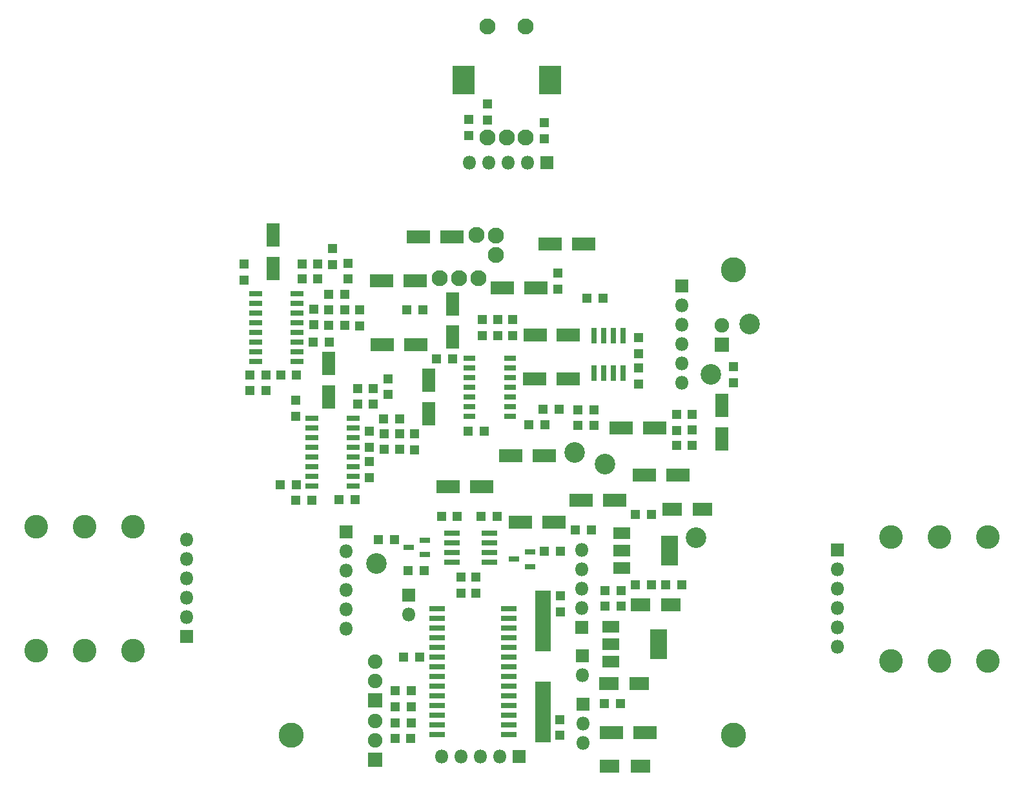
<source format=gbr>
%TF.GenerationSoftware,KiCad,Pcbnew,(5.1.6)-1*%
%TF.CreationDate,2021-04-19T20:59:16+02:00*%
%TF.ProjectId,SimpleDigital,53696d70-6c65-4446-9967-6974616c2e6b,v01*%
%TF.SameCoordinates,Original*%
%TF.FileFunction,Soldermask,Top*%
%TF.FilePolarity,Negative*%
%FSLAX46Y46*%
G04 Gerber Fmt 4.6, Leading zero omitted, Abs format (unit mm)*
G04 Created by KiCad (PCBNEW (5.1.6)-1) date 2021-04-19 20:59:16*
%MOMM*%
%LPD*%
G01*
G04 APERTURE LIST*
%ADD10R,1.300000X1.300000*%
%ADD11O,1.800000X1.800000*%
%ADD12R,1.800000X1.800000*%
%ADD13C,2.700000*%
%ADD14C,2.100000*%
%ADD15R,0.700000X2.100000*%
%ADD16R,2.100000X0.700000*%
%ADD17R,3.100000X1.700000*%
%ADD18R,1.700000X3.100000*%
%ADD19C,3.300000*%
%ADD20R,1.640000X0.690000*%
%ADD21R,1.900000X1.900000*%
%ADD22C,1.900000*%
%ADD23C,3.100000*%
%ADD24R,2.900000X3.700000*%
%ADD25R,1.440000X0.740000*%
%ADD26R,2.300000X3.900000*%
%ADD27R,2.300000X1.600000*%
%ADD28R,1.690000X0.740000*%
%ADD29R,2.100000X7.975000*%
%ADD30R,2.600000X1.800000*%
G04 APERTURE END LIST*
D10*
%TO.C,C48*%
X166900000Y-139550000D03*
X164800000Y-139550000D03*
%TD*%
D11*
%TO.C,J14*%
X139075000Y-140690000D03*
D12*
X139075000Y-138150000D03*
%TD*%
D13*
%TO.C,J17*%
X164750000Y-120950000D03*
%TD*%
%TO.C,J16*%
X183725000Y-102600000D03*
%TD*%
%TO.C,J8*%
X176750000Y-130625000D03*
%TD*%
%TO.C,J5*%
X134825000Y-134000000D03*
%TD*%
%TO.C,J4*%
X178650000Y-109225000D03*
%TD*%
%TO.C,J1*%
X160800000Y-119475000D03*
%TD*%
D11*
%TO.C,Battery_9V1*%
X161850000Y-148690000D03*
D12*
X161850000Y-146150000D03*
%TD*%
D14*
%TO.C,RV2*%
X150497156Y-93509848D03*
X147906356Y-90944448D03*
X150497156Y-90969848D03*
%TD*%
%TO.C,RV1*%
X145640000Y-96575000D03*
X148180000Y-96575000D03*
X143100000Y-96575000D03*
%TD*%
D10*
%TO.C,C49*%
X169200000Y-110450000D03*
X169200000Y-108350000D03*
%TD*%
D15*
%TO.C,U4*%
X164590000Y-104100000D03*
X167130000Y-109000000D03*
X165860000Y-109000000D03*
X164590000Y-109000000D03*
X163320000Y-109000000D03*
X163320000Y-104100000D03*
X165860000Y-104100000D03*
X167130000Y-104100000D03*
%TD*%
D16*
%TO.C,U2*%
X149600000Y-131315000D03*
X144700000Y-133855000D03*
X144700000Y-132585000D03*
X144700000Y-131315000D03*
X144700000Y-130045000D03*
X149600000Y-130045000D03*
X149600000Y-132585000D03*
X149600000Y-133855000D03*
%TD*%
D17*
%TO.C,C40*%
X151350000Y-97875000D03*
X155750000Y-97875000D03*
%TD*%
D18*
%TO.C,C21*%
X141700000Y-114350000D03*
X141700000Y-109950000D03*
%TD*%
D17*
%TO.C,C28*%
X159950000Y-109775000D03*
X155550000Y-109775000D03*
%TD*%
%TO.C,C27*%
X160000000Y-104025000D03*
X155600000Y-104025000D03*
%TD*%
D18*
%TO.C,C8*%
X144800000Y-99925000D03*
X144800000Y-104325000D03*
%TD*%
D17*
%TO.C,C9*%
X135575000Y-105275000D03*
X139975000Y-105275000D03*
%TD*%
D18*
%TO.C,C17*%
X128525000Y-107775000D03*
X128525000Y-112175000D03*
%TD*%
D17*
%TO.C,C30*%
X148600000Y-123900000D03*
X144200000Y-123900000D03*
%TD*%
%TO.C,C41*%
X156800000Y-119825000D03*
X152400000Y-119825000D03*
%TD*%
%TO.C,C44*%
X166900000Y-116225000D03*
X171300000Y-116225000D03*
%TD*%
%TO.C,C11*%
X158075000Y-128575000D03*
X153675000Y-128575000D03*
%TD*%
D18*
%TO.C,C4*%
X180100000Y-113275000D03*
X180100000Y-117675000D03*
%TD*%
D17*
%TO.C,C25*%
X169950000Y-122400000D03*
X174350000Y-122400000D03*
%TD*%
%TO.C,C13*%
X161625000Y-125725000D03*
X166025000Y-125725000D03*
%TD*%
%TO.C,C7*%
X165650000Y-156150000D03*
X170050000Y-156150000D03*
%TD*%
D18*
%TO.C,C33*%
X121300000Y-90875000D03*
X121300000Y-95275000D03*
%TD*%
D10*
%TO.C,R31*%
X131125000Y-96700000D03*
X131125000Y-94600000D03*
%TD*%
D17*
%TO.C,C5*%
X139900000Y-96925000D03*
X135500000Y-96925000D03*
%TD*%
%TO.C,C42*%
X140325000Y-91175000D03*
X144725000Y-91175000D03*
%TD*%
%TO.C,C43*%
X161950000Y-92075000D03*
X157550000Y-92075000D03*
%TD*%
D19*
%TO.C,M2*%
X181600000Y-156500000D03*
%TD*%
%TO.C,M3*%
X181600000Y-95450000D03*
%TD*%
%TO.C,M1*%
X123600000Y-156550000D03*
%TD*%
D20*
%TO.C,U1*%
X152362157Y-114734848D03*
X152362157Y-113464848D03*
X152362157Y-112194848D03*
X152362157Y-110924848D03*
X152362157Y-109654848D03*
X152362157Y-108384848D03*
X152362157Y-107114848D03*
X146962157Y-107114848D03*
X146962157Y-108384848D03*
X146962157Y-109654848D03*
X146962157Y-110924848D03*
X146962157Y-112194848D03*
X146962157Y-113464848D03*
X146962157Y-114734848D03*
%TD*%
D16*
%TO.C,U8*%
X152200000Y-156400000D03*
X152200000Y-155130000D03*
X152200000Y-153860000D03*
X152200000Y-152590000D03*
X152200000Y-151320000D03*
X152200000Y-150050000D03*
X152200000Y-148780000D03*
X152200000Y-147510000D03*
X152200000Y-146240000D03*
X152200000Y-144970000D03*
X152200000Y-143700000D03*
X152200000Y-142430000D03*
X152200000Y-141160000D03*
X152200000Y-139890000D03*
X142800000Y-139890000D03*
X142800000Y-141160000D03*
X142800000Y-142430000D03*
X142800000Y-143700000D03*
X142800000Y-144970000D03*
X142800000Y-146240000D03*
X142800000Y-147510000D03*
X142800000Y-148780000D03*
X142800000Y-150050000D03*
X142800000Y-151320000D03*
X142800000Y-152590000D03*
X142800000Y-153860000D03*
X142800000Y-155130000D03*
X142800000Y-156400000D03*
%TD*%
D21*
%TO.C,D4*%
X180075000Y-105300000D03*
D22*
X180075000Y-102760000D03*
%TD*%
D23*
%TO.C,J3*%
X90200000Y-145440000D03*
X102900000Y-145440000D03*
X96550000Y-145440000D03*
X90200000Y-129210000D03*
X102900000Y-129210000D03*
X96550000Y-129210000D03*
%TD*%
%TO.C,J6*%
X208670000Y-146759999D03*
X202320000Y-146759999D03*
X215020000Y-146759999D03*
X208670000Y-130529999D03*
X202320000Y-130529999D03*
X215020000Y-130529999D03*
%TD*%
D12*
%TO.C,J9*%
X109880000Y-143580000D03*
D11*
X109880000Y-141040000D03*
X109880000Y-138500000D03*
X109880000Y-135960000D03*
X109880000Y-133420000D03*
X109880000Y-130880000D03*
%TD*%
%TO.C,J10*%
X174825000Y-110300000D03*
X174825000Y-107760000D03*
X174825000Y-105220000D03*
X174825000Y-102680000D03*
X174825000Y-100140000D03*
D12*
X174825000Y-97600000D03*
%TD*%
%TO.C,J11*%
X195270000Y-132240000D03*
D11*
X195270000Y-134780000D03*
X195270000Y-137320000D03*
X195270000Y-139860000D03*
X195270000Y-142400000D03*
X195270000Y-144940000D03*
%TD*%
%TO.C,J12*%
X130875000Y-142525000D03*
X130875000Y-139985000D03*
X130875000Y-137445000D03*
X130875000Y-134905000D03*
X130875000Y-132365000D03*
D12*
X130875000Y-129825000D03*
%TD*%
%TO.C,J15*%
X157150000Y-81400000D03*
D11*
X154610000Y-81400000D03*
X152070000Y-81400000D03*
X149530000Y-81400000D03*
X146990000Y-81400000D03*
%TD*%
D10*
%TO.C,R19*%
X181675000Y-108200000D03*
X181675000Y-110300000D03*
%TD*%
%TO.C,R37*%
X149350000Y-73750000D03*
X149350000Y-75850000D03*
%TD*%
%TO.C,R38*%
X146950000Y-75750000D03*
X146950000Y-77850000D03*
%TD*%
%TO.C,R39*%
X156850000Y-78250000D03*
X156850000Y-76150000D03*
%TD*%
D24*
%TO.C,SW1*%
X146200000Y-70600000D03*
X157600000Y-70600000D03*
D14*
X149400000Y-63600000D03*
X154400000Y-63600000D03*
X149400000Y-78100000D03*
X151900000Y-78100000D03*
X154400000Y-78100000D03*
%TD*%
D10*
%TO.C,C1*%
X146827157Y-116679848D03*
X148927157Y-116679848D03*
%TD*%
%TO.C,C2*%
X176249593Y-114415841D03*
X176249593Y-116515841D03*
%TD*%
%TO.C,C3*%
X161225000Y-115925000D03*
X163325000Y-115925000D03*
%TD*%
%TO.C,C6*%
X164725000Y-152375000D03*
X166825000Y-152375000D03*
%TD*%
%TO.C,C10*%
X138777157Y-100759849D03*
X140877157Y-100759849D03*
%TD*%
%TO.C,C12*%
X134417156Y-113074849D03*
X132317156Y-113074849D03*
%TD*%
%TO.C,C14*%
X124217157Y-112599848D03*
X124217157Y-114699848D03*
%TD*%
%TO.C,C15*%
X170850000Y-127550000D03*
X168750000Y-127550000D03*
%TD*%
%TO.C,C16*%
X141080000Y-134960000D03*
X138980000Y-134960000D03*
%TD*%
%TO.C,C18*%
X133892156Y-116674848D03*
X133892156Y-118774848D03*
%TD*%
%TO.C,C19*%
X139792156Y-119074848D03*
X139792156Y-116974848D03*
%TD*%
%TO.C,C20*%
X133917157Y-120599849D03*
X133917157Y-122699849D03*
%TD*%
%TO.C,C22*%
X122217158Y-123649849D03*
X124317158Y-123649849D03*
%TD*%
%TO.C,C23*%
X131992159Y-125649848D03*
X129892159Y-125649848D03*
%TD*%
%TO.C,C24*%
X126367157Y-125699848D03*
X124267157Y-125699848D03*
%TD*%
%TO.C,C26*%
X160925000Y-129625000D03*
X163025000Y-129625000D03*
%TD*%
%TO.C,C29*%
X164550000Y-99175000D03*
X162450000Y-99175000D03*
%TD*%
%TO.C,C31*%
X127145637Y-96703250D03*
X125045637Y-96703250D03*
%TD*%
%TO.C,C32*%
X117450000Y-94750000D03*
X117450000Y-96850000D03*
%TD*%
%TO.C,C34*%
X126620638Y-100603252D03*
X126620638Y-102703252D03*
%TD*%
%TO.C,C35*%
X132645636Y-102803251D03*
X132645636Y-100703251D03*
%TD*%
%TO.C,C36*%
X128650000Y-104950000D03*
X126550000Y-104950000D03*
%TD*%
%TO.C,C37*%
X118200000Y-111350000D03*
X118200000Y-109250000D03*
%TD*%
%TO.C,C38*%
X122250000Y-109300000D03*
X124350000Y-109300000D03*
%TD*%
%TO.C,C39*%
X120300000Y-109250000D03*
X120300000Y-111350000D03*
%TD*%
%TO.C,C45*%
X158885000Y-154450000D03*
X158885000Y-156550000D03*
%TD*%
%TO.C,C46*%
X158960000Y-138275000D03*
X158960000Y-140375000D03*
%TD*%
%TO.C,C47*%
X138400000Y-146245000D03*
X140500000Y-146245000D03*
%TD*%
D22*
%TO.C,D5*%
X134680000Y-146830000D03*
X134680000Y-149370000D03*
D21*
X134680000Y-151910000D03*
%TD*%
%TO.C,D6*%
X134630000Y-159780000D03*
D22*
X134630000Y-157240000D03*
X134630000Y-154700000D03*
%TD*%
D12*
%TO.C,J2*%
X161875000Y-152450000D03*
D11*
X161875000Y-154990000D03*
X161875000Y-157530000D03*
%TD*%
D12*
%TO.C,J7*%
X161775000Y-142425000D03*
D11*
X161775000Y-139885000D03*
X161775000Y-137345000D03*
X161775000Y-134805000D03*
X161775000Y-132265000D03*
%TD*%
%TO.C,J13*%
X143365000Y-159345000D03*
X145905000Y-159345000D03*
X148445000Y-159345000D03*
X150985000Y-159345000D03*
D12*
X153525000Y-159345000D03*
%TD*%
D25*
%TO.C,Q1*%
X154975001Y-134395000D03*
X154975001Y-132495000D03*
X152875001Y-133445000D03*
%TD*%
%TO.C,Q2*%
X139025000Y-131870000D03*
X141125000Y-130920000D03*
X141125000Y-132820000D03*
%TD*%
D10*
%TO.C,R1*%
X174150000Y-118475000D03*
X176250000Y-118475000D03*
%TD*%
%TO.C,R2*%
X174199593Y-114445841D03*
X174199593Y-116545841D03*
%TD*%
%TO.C,R3*%
X163350000Y-113875000D03*
X161250000Y-113875000D03*
%TD*%
%TO.C,R4*%
X148677157Y-104089849D03*
X148677157Y-101989849D03*
%TD*%
%TO.C,R5*%
X144797157Y-107149849D03*
X142697157Y-107149849D03*
%TD*%
%TO.C,R6*%
X147875000Y-137895001D03*
X147875000Y-135795001D03*
%TD*%
%TO.C,R7*%
X150626561Y-127855266D03*
X148526561Y-127855266D03*
%TD*%
%TO.C,R8*%
X174825000Y-136825000D03*
X172725000Y-136825000D03*
%TD*%
%TO.C,R9*%
X168800000Y-136825000D03*
X170900000Y-136825000D03*
%TD*%
%TO.C,R10*%
X164775000Y-137525000D03*
X166875000Y-137525000D03*
%TD*%
%TO.C,R11*%
X132317156Y-111074848D03*
X134417156Y-111074848D03*
%TD*%
%TO.C,R12*%
X136317157Y-109749849D03*
X136317157Y-111849849D03*
%TD*%
%TO.C,R13*%
X137867157Y-115049848D03*
X135767157Y-115049848D03*
%TD*%
%TO.C,R14*%
X135792158Y-117024849D03*
X137892158Y-117024849D03*
%TD*%
%TO.C,R15*%
X135792158Y-118999849D03*
X137892158Y-118999849D03*
%TD*%
%TO.C,R16*%
X158900000Y-132395000D03*
X156800000Y-132395000D03*
%TD*%
%TO.C,R17*%
X152697157Y-101989847D03*
X152697157Y-104089847D03*
%TD*%
%TO.C,R18*%
X158777157Y-113779849D03*
X156677157Y-113779849D03*
%TD*%
%TO.C,R20*%
X145875000Y-137895000D03*
X145875000Y-135795000D03*
%TD*%
%TO.C,R21*%
X143326562Y-127855265D03*
X145426562Y-127855265D03*
%TD*%
%TO.C,R22*%
X127145637Y-94703252D03*
X125045637Y-94703252D03*
%TD*%
%TO.C,R23*%
X129069850Y-92692843D03*
X129069850Y-94792843D03*
%TD*%
%TO.C,R24*%
X128545638Y-98728251D03*
X130645638Y-98728251D03*
%TD*%
%TO.C,R25*%
X128545635Y-100728251D03*
X130645635Y-100728251D03*
%TD*%
%TO.C,R26*%
X128545638Y-102728250D03*
X130645638Y-102728250D03*
%TD*%
%TO.C,R27*%
X135050000Y-130870000D03*
X137150000Y-130870000D03*
%TD*%
%TO.C,R28*%
X137250000Y-150710000D03*
X139350000Y-150710000D03*
%TD*%
%TO.C,R29*%
X139360000Y-152820000D03*
X137260000Y-152820000D03*
%TD*%
%TO.C,R30*%
X154817159Y-115839848D03*
X156917159Y-115839848D03*
%TD*%
%TO.C,R33*%
X137290000Y-154879999D03*
X139390000Y-154879999D03*
%TD*%
%TO.C,R34*%
X139330000Y-156960000D03*
X137230000Y-156960000D03*
%TD*%
%TO.C,R35*%
X158600000Y-95925000D03*
X158600000Y-98025000D03*
%TD*%
%TO.C,R36*%
X169177157Y-104409848D03*
X169177157Y-106509848D03*
%TD*%
D26*
%TO.C,U3*%
X171850000Y-144600000D03*
D27*
X165550000Y-142300000D03*
X165550000Y-144600000D03*
X165550000Y-146900000D03*
%TD*%
D28*
%TO.C,U5*%
X131767157Y-114954849D03*
X131767157Y-116224849D03*
X131767157Y-117494849D03*
X131767157Y-118764849D03*
X131767157Y-120034849D03*
X131767157Y-121304849D03*
X131767157Y-122574849D03*
X131767157Y-123844849D03*
X126367157Y-123844849D03*
X126367157Y-122574849D03*
X126367157Y-121304849D03*
X126367157Y-120034849D03*
X126367157Y-118764849D03*
X126367157Y-117494849D03*
X126367157Y-116224849D03*
X126367157Y-114954849D03*
%TD*%
D27*
%TO.C,U6*%
X166975000Y-134600000D03*
X166975000Y-132300000D03*
X166975000Y-130000000D03*
D26*
X173275000Y-132300000D03*
%TD*%
D28*
%TO.C,U7*%
X119020636Y-98608252D03*
X119020636Y-99878252D03*
X119020636Y-101148252D03*
X119020636Y-102418252D03*
X119020636Y-103688252D03*
X119020636Y-104958252D03*
X119020636Y-106228252D03*
X119020636Y-107498252D03*
X124420636Y-107498252D03*
X124420636Y-106228252D03*
X124420636Y-104958252D03*
X124420636Y-103688252D03*
X124420636Y-102418252D03*
X124420636Y-101148252D03*
X124420636Y-99878252D03*
X124420636Y-98608252D03*
%TD*%
D29*
%TO.C,Y1*%
X156660000Y-153437500D03*
X156660000Y-141562500D03*
%TD*%
D10*
%TO.C,R32*%
X150707157Y-104089850D03*
X150707157Y-101989850D03*
%TD*%
D30*
%TO.C,D1*%
X169300000Y-149775000D03*
X165300000Y-149775000D03*
%TD*%
%TO.C,D2*%
X169400000Y-160600000D03*
X165400000Y-160600000D03*
%TD*%
%TO.C,D3*%
X169450000Y-139400000D03*
X173450000Y-139400000D03*
%TD*%
%TO.C,D7*%
X173550000Y-126900000D03*
X177550000Y-126900000D03*
%TD*%
M02*

</source>
